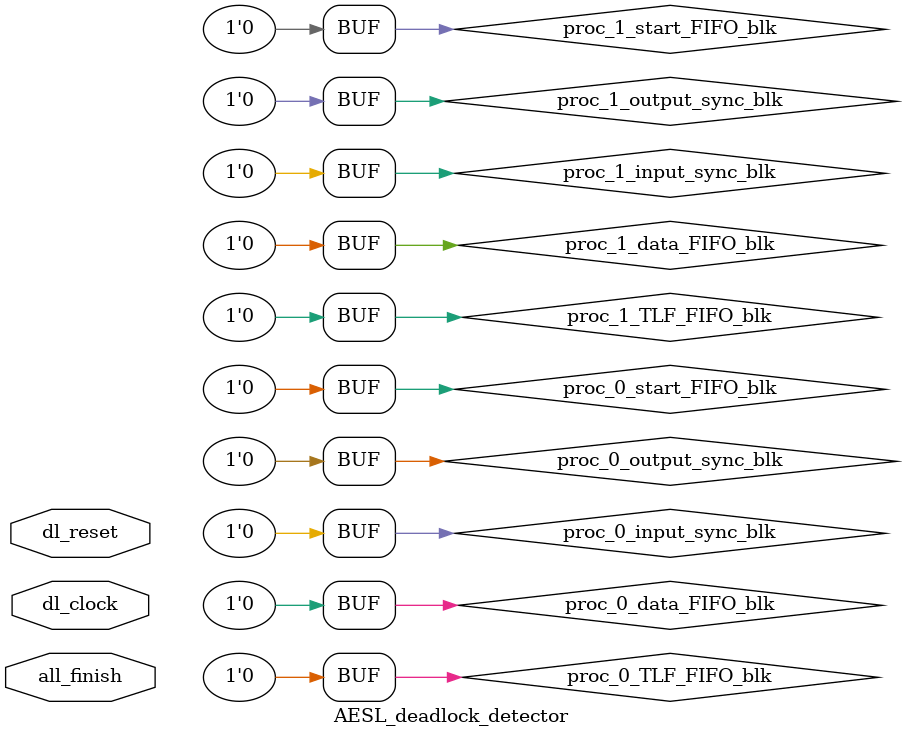
<source format=v>
`timescale 1 ns / 1 ps

module AESL_deadlock_detector (
    input dl_reset,
    input all_finish,
    input dl_clock);

    wire [0:0] proc_0_data_FIFO_blk;
    wire [0:0] proc_0_data_PIPO_blk;
    wire [0:0] proc_0_start_FIFO_blk;
    wire [0:0] proc_0_TLF_FIFO_blk;
    wire [0:0] proc_0_input_sync_blk;
    wire [0:0] proc_0_output_sync_blk;
    wire [0:0] proc_dep_vld_vec_0;
    reg [0:0] proc_dep_vld_vec_0_reg;
    wire [0:0] in_chan_dep_vld_vec_0;
    wire [1:0] in_chan_dep_data_vec_0;
    wire [0:0] token_in_vec_0;
    wire [0:0] out_chan_dep_vld_vec_0;
    wire [1:0] out_chan_dep_data_0;
    wire [0:0] token_out_vec_0;
    wire dl_detect_out_0;
    wire dep_chan_vld_1_0;
    wire [1:0] dep_chan_data_1_0;
    wire token_1_0;
    wire [0:0] proc_1_data_FIFO_blk;
    wire [0:0] proc_1_data_PIPO_blk;
    wire [0:0] proc_1_start_FIFO_blk;
    wire [0:0] proc_1_TLF_FIFO_blk;
    wire [0:0] proc_1_input_sync_blk;
    wire [0:0] proc_1_output_sync_blk;
    wire [0:0] proc_dep_vld_vec_1;
    reg [0:0] proc_dep_vld_vec_1_reg;
    wire [0:0] in_chan_dep_vld_vec_1;
    wire [1:0] in_chan_dep_data_vec_1;
    wire [0:0] token_in_vec_1;
    wire [0:0] out_chan_dep_vld_vec_1;
    wire [1:0] out_chan_dep_data_1;
    wire [0:0] token_out_vec_1;
    wire dl_detect_out_1;
    wire dep_chan_vld_0_1;
    wire [1:0] dep_chan_data_0_1;
    wire token_0_1;
    wire [1:0] dl_in_vec;
    wire dl_detect_out;
    wire token_clear;
    wire [1:0] origin;

    reg ap_done_reg_0;// for module AESL_inst_accelerator.dataflow_in_loop_VITIS_LOOP_10_1_U0.count_U0
    always @ (negedge dl_reset or posedge dl_clock) begin
        if (~dl_reset) begin
            ap_done_reg_0 <= 'b0;
        end
        else begin
            ap_done_reg_0 <= AESL_inst_accelerator.dataflow_in_loop_VITIS_LOOP_10_1_U0.count_U0.ap_done & ~AESL_inst_accelerator.dataflow_in_loop_VITIS_LOOP_10_1_U0.count_U0.ap_continue;
        end
    end

    reg ap_done_reg_1;// for module AESL_inst_accelerator.dataflow_in_loop_VITIS_LOOP_10_1_U0.threshold_U0
    always @ (negedge dl_reset or posedge dl_clock) begin
        if (~dl_reset) begin
            ap_done_reg_1 <= 'b0;
        end
        else begin
            ap_done_reg_1 <= AESL_inst_accelerator.dataflow_in_loop_VITIS_LOOP_10_1_U0.threshold_U0.ap_done & ~AESL_inst_accelerator.dataflow_in_loop_VITIS_LOOP_10_1_U0.threshold_U0.ap_continue;
        end
    end

    // Process: AESL_inst_accelerator.dataflow_in_loop_VITIS_LOOP_10_1_U0.count_U0
    AESL_deadlock_detect_unit #(2, 0, 1, 1) AESL_deadlock_detect_unit_0 (
        .reset(dl_reset),
        .clock(dl_clock),
        .proc_dep_vld_vec(proc_dep_vld_vec_0),
        .in_chan_dep_vld_vec(in_chan_dep_vld_vec_0),
        .in_chan_dep_data_vec(in_chan_dep_data_vec_0),
        .token_in_vec(token_in_vec_0),
        .dl_detect_in(dl_detect_out),
        .origin(origin[0]),
        .token_clear(token_clear),
        .out_chan_dep_vld_vec(out_chan_dep_vld_vec_0),
        .out_chan_dep_data(out_chan_dep_data_0),
        .token_out_vec(token_out_vec_0),
        .dl_detect_out(dl_in_vec[0]));

    assign proc_0_data_FIFO_blk[0] = 1'b0;
    assign proc_0_data_PIPO_blk[0] = 1'b0 | (~AESL_inst_accelerator.dataflow_in_loop_VITIS_LOOP_10_1_U0.appear_V_U.i_full_n & AESL_inst_accelerator.dataflow_in_loop_VITIS_LOOP_10_1_U0.count_U0.ap_done & ap_done_reg_0 & ~AESL_inst_accelerator.dataflow_in_loop_VITIS_LOOP_10_1_U0.appear_V_U.t_read);
    assign proc_0_start_FIFO_blk[0] = 1'b0;
    assign proc_0_TLF_FIFO_blk[0] = 1'b0;
    assign proc_0_input_sync_blk[0] = 1'b0;
    assign proc_0_output_sync_blk[0] = 1'b0;
    assign proc_dep_vld_vec_0[0] = dl_detect_out ? proc_dep_vld_vec_0_reg[0] : (proc_0_data_FIFO_blk[0] | proc_0_data_PIPO_blk[0] | proc_0_start_FIFO_blk[0] | proc_0_TLF_FIFO_blk[0] | proc_0_input_sync_blk[0] | proc_0_output_sync_blk[0]);
    always @ (negedge dl_reset or posedge dl_clock) begin
        if (~dl_reset) begin
            proc_dep_vld_vec_0_reg <= 'b0;
        end
        else begin
            proc_dep_vld_vec_0_reg <= proc_dep_vld_vec_0;
        end
    end
    assign in_chan_dep_vld_vec_0[0] = dep_chan_vld_1_0;
    assign in_chan_dep_data_vec_0[1 : 0] = dep_chan_data_1_0;
    assign token_in_vec_0[0] = token_1_0;
    assign dep_chan_vld_0_1 = out_chan_dep_vld_vec_0[0];
    assign dep_chan_data_0_1 = out_chan_dep_data_0;
    assign token_0_1 = token_out_vec_0[0];

    // Process: AESL_inst_accelerator.dataflow_in_loop_VITIS_LOOP_10_1_U0.threshold_U0
    AESL_deadlock_detect_unit #(2, 1, 1, 1) AESL_deadlock_detect_unit_1 (
        .reset(dl_reset),
        .clock(dl_clock),
        .proc_dep_vld_vec(proc_dep_vld_vec_1),
        .in_chan_dep_vld_vec(in_chan_dep_vld_vec_1),
        .in_chan_dep_data_vec(in_chan_dep_data_vec_1),
        .token_in_vec(token_in_vec_1),
        .dl_detect_in(dl_detect_out),
        .origin(origin[1]),
        .token_clear(token_clear),
        .out_chan_dep_vld_vec(out_chan_dep_vld_vec_1),
        .out_chan_dep_data(out_chan_dep_data_1),
        .token_out_vec(token_out_vec_1),
        .dl_detect_out(dl_in_vec[1]));

    assign proc_1_data_FIFO_blk[0] = 1'b0;
    assign proc_1_data_PIPO_blk[0] = 1'b0 | (~AESL_inst_accelerator.dataflow_in_loop_VITIS_LOOP_10_1_U0.appear_V_U.t_empty_n & AESL_inst_accelerator.dataflow_in_loop_VITIS_LOOP_10_1_U0.threshold_U0.ap_idle & ~AESL_inst_accelerator.dataflow_in_loop_VITIS_LOOP_10_1_U0.appear_V_U.i_write);
    assign proc_1_start_FIFO_blk[0] = 1'b0;
    assign proc_1_TLF_FIFO_blk[0] = 1'b0;
    assign proc_1_input_sync_blk[0] = 1'b0;
    assign proc_1_output_sync_blk[0] = 1'b0;
    assign proc_dep_vld_vec_1[0] = dl_detect_out ? proc_dep_vld_vec_1_reg[0] : (proc_1_data_FIFO_blk[0] | proc_1_data_PIPO_blk[0] | proc_1_start_FIFO_blk[0] | proc_1_TLF_FIFO_blk[0] | proc_1_input_sync_blk[0] | proc_1_output_sync_blk[0]);
    always @ (negedge dl_reset or posedge dl_clock) begin
        if (~dl_reset) begin
            proc_dep_vld_vec_1_reg <= 'b0;
        end
        else begin
            proc_dep_vld_vec_1_reg <= proc_dep_vld_vec_1;
        end
    end
    assign in_chan_dep_vld_vec_1[0] = dep_chan_vld_0_1;
    assign in_chan_dep_data_vec_1[1 : 0] = dep_chan_data_0_1;
    assign token_in_vec_1[0] = token_0_1;
    assign dep_chan_vld_1_0 = out_chan_dep_vld_vec_1[0];
    assign dep_chan_data_1_0 = out_chan_dep_data_1;
    assign token_1_0 = token_out_vec_1[0];


    wire [1:0] dl_in_vec_comb = dl_in_vec & ~{1{all_finish}};
    AESL_deadlock_report_unit #(2) AESL_deadlock_report_unit_inst (
        .dl_reset(dl_reset),
        .dl_clock(dl_clock),
        .dl_in_vec(dl_in_vec_comb),
        .ap_done_reg_0(ap_done_reg_0),
        .ap_done_reg_1(ap_done_reg_1),
        .dl_detect_out(dl_detect_out),
        .origin(origin),
        .token_clear(token_clear));

endmodule

</source>
